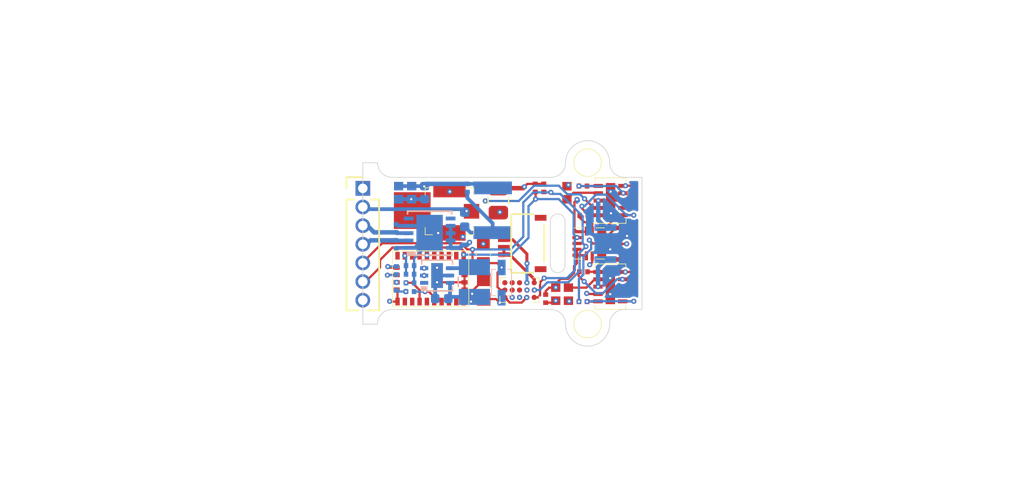
<source format=kicad_pcb>
(kicad_pcb (version 20171130) (host pcbnew "(5.1.4)-1")
  (layers (0 F.Cu signal) (1 In1.Cu power) (2 In2.Cu signal) (31 B.Cu signal) (34 B.Paste user) (35 F.Paste user) (36 B.SilkS user) (37 F.SilkS user) (38 B.Mask user) (39 F.Mask user) (44 Edge.Cuts user))
  (net 0 "")
  (net 1 GND)
  (net 2 +5V)
  (net 3 +3V3)
  (net 4 "Net-(C6-Pad1)")
  (net 5 /Va)
  (net 6 /Vb)
  (net 7 "Net-(D3-PadA)")
  (net 8 /_Wb)
  (net 9 /_Wa)
  (net 10 /CAP)
  (net 11 "Net-(D1-PadA)")
  (net 12 /EWL1)
  (net 13 /EWL2)
  (net 14 "Net-(U1-PadB3)")
  (net 15 "Net-(U1-PadB4)")
  (net 16 "Net-(U1-PadC3)")
  (net 17 "Net-(U1-PadC4)")
  (net 18 "Net-(U1-PadC5)")
  (net 19 VDDD)
  (net 20 DOUT_P)
  (net 21 I2C_SDA)
  (net 22 I2C_SCL)
  (net 23 VDDIO)
  (net 24 "Net-(C39-Pad2)")
  (net 25 "Net-(C39-Pad1)")
  (net 26 "Net-(C45-Pad1)")
  (net 27 "Net-(C48-Pad2)")
  (net 28 "Net-(C48-Pad1)")
  (net 29 "Net-(C51-Pad1)")
  (net 30 "Net-(D4-PadA)")
  (net 31 "Net-(L2-Pad2)")
  (net 32 "Net-(R9-Pad2)")
  (net 33 "Net-(R10-Pad2)")
  (net 34 "Net-(R16-Pad2)")
  (net 35 "Net-(R18-Pad2)")
  (net 36 "Net-(U3-Pad27)")
  (net 37 "Net-(U3-Pad26)")
  (net 38 "Net-(U3-Pad14)")
  (net 39 "Net-(U3-Pad10)")
  (net 40 "Net-(L6-Pad1)")
  (net 41 /ENT)
  (module Connector:Conn_1x1_700_Circular_Pad_mountinghole (layer F.Cu) (at 75.29974 129.00002 180)
    (fp_text reference H3)
    (fp_text value MountingHole hide)
    (pad "" np_thru_hole circle (at 0 0 180) (size 1 1) (drill 1) (layers *.Cu *.Mask))
  )
  (module Connector:Conn_1x1_700_Circular_Pad_mountinghole (layer F.Cu) (at 75.29974 140.00076)
    (fp_text reference H3)
    (fp_text value MountingHole hide)
    (pad "" np_thru_hole circle (at 0 0) (size 1 1) (drill 1) (layers *.Cu *.Mask))
  )
  (module .Capacitor:C_0805_2012Metric_L (layer F.Cu) (at 69.2266 131.5832 270)
    (fp_text reference C12)
    (fp_text value GRM21BR61A476ME15L)
    (pad 2 smd roundrect (at 0.82 0 270) (size 0.93 1.32) (layers F.Cu F.Paste F.Mask) (net 1 GND))
    (pad 1 smd roundrect (at -0.82 0 270) (size 0.93 1.32) (layers F.Cu F.Paste F.Mask) (net 3 +3V3))
  )
  (module Connector_PinHeader_1.27mm:PinHeader_1x07_P1.27mm_Vertical (layer F.Cu) (at 60 130.75)
    (fp_text reference J5)
    (fp_text value Conn_01x07)
    (pad 7 thru_hole oval (at 0 7.62) (size 1 1) (drill 0.65) (layers *.Cu *.Mask) (net 1 GND))
    (pad 6 thru_hole oval (at 0 6.35) (size 1 1) (drill 0.65) (layers *.Cu *.Mask) (net 21 I2C_SDA))
    (pad 5 thru_hole oval (at 0 5.08) (size 1 1) (drill 0.65) (layers *.Cu *.Mask) (net 22 I2C_SCL))
    (pad 4 thru_hole oval (at 0 3.81) (size 1 1) (drill 0.65) (layers *.Cu *.Mask) (net 19 VDDD))
    (pad 3 thru_hole oval (at 0 2.54) (size 1 1) (drill 0.65) (layers *.Cu *.Mask) (net 23 VDDIO))
    (pad 2 thru_hole oval (at 0 1.27) (size 1 1) (drill 0.65) (layers *.Cu *.Mask) (net 20 DOUT_P))
    (pad 1 thru_hole rect (at 0 0) (size 1 1) (drill 0.65) (layers *.Cu *.Mask) (net 41 /ENT))
  )
  (module ".Connector:FH19C-4S-0.5SH(10)" (layer F.Cu) (at 69.6012 134.5042 90)
    (fp_text reference J1)
    (fp_text value "FH19C-4S-0.5SH(10)")
    (pad NA smd rect (at 1.75 2.5 90) (size 0.4 0.8) (layers F.Cu F.Paste F.Mask))
    (pad NA smd rect (at -1.75 2.5 90) (size 0.4 0.8) (layers F.Cu F.Paste F.Mask))
    (pad 4 smd rect (at 0.75 0 90) (size 0.3 0.8) (layers F.Cu F.Paste F.Mask) (net 12 /EWL1))
    (pad 3 smd rect (at 0.25 0 90) (size 0.3 0.8) (layers F.Cu F.Paste F.Mask) (net 12 /EWL1))
    (pad 2 smd rect (at -0.25 0 90) (size 0.3 0.8) (layers F.Cu F.Paste F.Mask) (net 13 /EWL2))
    (pad 1 smd rect (at -0.75 0 90) (size 0.3 0.8) (layers F.Cu F.Paste F.Mask) (net 13 /EWL2))
  )
  (module Capacitor:C_0201_0603Metric_L (layer F.Cu) (at 75.0166 136.4346)
    (fp_text reference C39)
    (fp_text value GRM033R61A225ME47D)
    (pad 2 smd rect (at 0.275 0) (size 0.31 0.34) (layers F.Cu F.Paste F.Mask) (net 24 "Net-(C39-Pad2)"))
    (pad 1 smd rect (at -0.275 0) (size 0.31 0.34) (layers F.Cu F.Paste F.Mask) (net 25 "Net-(C39-Pad1)"))
  )
  (module .Package_QFN:DFN10_3x3_11P50_300X300X100L40X24T250X180N (layer B.Cu) (at 64.5466 133.8024 90)
    (fp_text reference U9)
    (fp_text value NCV8154MW180280TBG)
    (pad 11 smd rect (at 0 0) (size 1.8 2.5) (layers B.Cu B.Mask) (net 1 GND))
    (pad 10 smd rect (at -1 1.43) (size 0.66 0.26) (layers B.Cu B.Paste B.Mask) (net 3 +3V3))
    (pad 9 smd rect (at -0.5 1.43) (size 0.66 0.26) (layers B.Cu B.Paste B.Mask) (net 3 +3V3))
    (pad 8 smd rect (at 0 1.43) (size 0.66 0.26) (layers B.Cu B.Paste B.Mask) (net 3 +3V3))
    (pad 7 smd rect (at 0.5 1.43) (size 0.66 0.26) (layers B.Cu B.Paste B.Mask) (net 3 +3V3))
    (pad 6 smd rect (at 1 1.43) (size 0.66 0.26) (layers B.Cu B.Paste B.Mask))
    (pad 5 smd rect (at 1 -1.43) (size 0.66 0.26) (layers B.Cu B.Paste B.Mask))
    (pad 4 smd rect (at 0.5 -1.43) (size 0.66 0.26) (layers B.Cu B.Paste B.Mask) (net 1 GND))
    (pad 3 smd rect (at 0 -1.43) (size 0.66 0.26) (layers B.Cu B.Paste B.Mask) (net 23 VDDIO))
    (pad 2 smd rect (at -0.5 -1.43) (size 0.66 0.26) (layers B.Cu B.Paste B.Mask) (net 19 VDDD))
    (pad 1 smd rect (at -1 -1.43) (size 0.66 0.26) (layers B.Cu B.Paste B.Mask) (net 1 GND))
  )
  (module .Package_SON:SON_7P50_200X200X57L35X24T170X80N (layer B.Cu) (at 65.0546 136.6886 90)
    (fp_text reference U4)
    (fp_text value SC189ZULTRT)
    (pad 7 smd rect (at 0 0) (size 0.8 1.7) (layers B.Cu B.Paste B.Mask) (net 1 GND))
    (pad 6 smd rect (at -0.5 0.88) (size 0.56 0.26) (layers B.Cu B.Paste B.Mask) (net 3 +3V3))
    (pad 5 smd rect (at 0 0.88) (size 0.56 0.26) (layers B.Cu B.Paste B.Mask) (net 1 GND))
    (pad 4 smd rect (at 0.5 0.88) (size 0.56 0.26) (layers B.Cu B.Paste B.Mask) (net 40 "Net-(L6-Pad1)"))
    (pad 3 smd rect (at 0.5 -0.88) (size 0.56 0.26) (layers B.Cu B.Paste B.Mask) (net 2 +5V))
    (pad 2 smd rect (at 0 -0.88) (size 0.56 0.26) (layers B.Cu B.Paste B.Mask) (net 2 +5V))
    (pad 1 smd rect (at -0.5 -0.88) (size 0.56 0.26) (layers B.Cu B.Paste B.Mask))
  )
  (module .Inductor:L_1008_2520Metric_L (layer B.Cu) (at 67.5946 137.1298 270)
    (fp_text reference L6)
    (fp_text value LQM2HPN1R0MG0)
    (pad 2 smd rect (at 1.015 0 270) (size 1.09 2.12) (layers B.Cu B.Paste B.Mask) (net 3 +3V3))
    (pad 1 smd rect (at -1.015 0 270) (size 1.09 2.12) (layers B.Cu B.Paste B.Mask) (net 40 "Net-(L6-Pad1)"))
  )
  (module .Capacitor:C_0402_1005Metric_L (layer B.Cu) (at 65.3726 138.2634 180)
    (fp_text reference C54)
    (fp_text value 22uF)
    (pad 2 smd roundrect (at 0.445 0 180) (size 0.58 0.63) (layers B.Cu B.Paste B.Mask) (net 1 GND))
    (pad 1 smd roundrect (at -0.445 0 180) (size 0.58 0.63) (layers B.Cu B.Paste B.Mask) (net 3 +3V3))
  )
  (module .Capacitor:C_0201_0603Metric_L (layer B.Cu) (at 62.2758 134.5644 270)
    (fp_text reference C50)
    (fp_text value 1uF)
    (pad 2 smd roundrect (at 0.275 0 270) (size 0.31 0.34) (layers B.Cu B.Paste B.Mask) (net 1 GND))
    (pad 1 smd roundrect (at -0.275 0 270) (size 0.31 0.34) (layers B.Cu B.Paste B.Mask) (net 19 VDDD))
  )
  (module .Capacitor:C_0201_0603Metric_L (layer B.Cu) (at 62.2758 133.4722 90)
    (fp_text reference C25)
    (fp_text value 1uF)
    (pad 2 smd roundrect (at 0.275 0 90) (size 0.31 0.34) (layers B.Cu B.Paste B.Mask) (net 1 GND))
    (pad 1 smd roundrect (at -0.275 0 90) (size 0.31 0.34) (layers B.Cu B.Paste B.Mask) (net 23 VDDIO))
  )
  (module .Capacitor:C_0201_0603Metric_L (layer B.Cu) (at 66.8072 134.3264 90)
    (fp_text reference C23)
    (fp_text value 1uF)
    (pad 2 smd roundrect (at 0.275 0 90) (size 0.31 0.34) (layers B.Cu B.Paste B.Mask) (net 1 GND))
    (pad 1 smd roundrect (at -0.275 0 90) (size 0.31 0.34) (layers B.Cu B.Paste B.Mask) (net 3 +3V3))
  )
  (module .Capacitor:C_0402_1005Metric_L (layer B.Cu) (at 64.20874 131.0421 270)
    (fp_text reference C13)
    (fp_text value 10uF)
    (pad 2 smd roundrect (at 0.445 0 270) (size 0.58 0.63) (layers B.Cu B.Paste B.Mask) (net 1 GND))
    (pad 1 smd roundrect (at -0.445 0 270) (size 0.58 0.63) (layers B.Cu B.Paste B.Mask) (net 2 +5V))
  )
  (module Inductor_SMD:L_0402_1005Metric (layer B.Cu) (at 66.9342 132.8786 270)
    (fp_text reference L2)
    (fp_text value BLM15HD102SN1D)
    (pad 1 smd roundrect (at -0.485 0 270) (size 0.59 0.64) (layers B.Cu B.Paste B.Mask) (net 20 DOUT_P))
    (pad 2 smd roundrect (at 0.485 0 270) (size 0.59 0.64) (layers B.Cu B.Paste B.Mask) (net 31 "Net-(L2-Pad2)"))
  )
  (module BNO055:LGA28R50P4X10_380X520X100 (layer F.Cu) (at 64.6126 136.9012)
    (fp_text reference U3)
    (fp_text value BNO055)
    (pad 28 smd rect (at -1.75 -1.5625 180) (size 0.3 0.525) (layers F.Cu F.Paste F.Mask) (net 3 +3V3))
    (pad 27 smd rect (at -1.25 -1.5625 180) (size 0.3 0.525) (layers F.Cu F.Paste F.Mask) (net 36 "Net-(U3-Pad27)"))
    (pad 26 smd rect (at -0.75 -1.5625 180) (size 0.3 0.525) (layers F.Cu F.Paste F.Mask) (net 37 "Net-(U3-Pad26)"))
    (pad 25 smd rect (at -0.25 -1.5625 180) (size 0.3 0.525) (layers F.Cu F.Paste F.Mask) (net 1 GND))
    (pad 24 smd rect (at 0.25 -1.5625 180) (size 0.3 0.525) (layers F.Cu F.Paste F.Mask))
    (pad 23 smd rect (at 0.75 -1.5625 180) (size 0.3 0.525) (layers F.Cu F.Paste F.Mask))
    (pad 22 smd rect (at 1.25 -1.5625 180) (size 0.3 0.525) (layers F.Cu F.Paste F.Mask))
    (pad 21 smd rect (at 1.75 -1.5625 180) (size 0.3 0.525) (layers F.Cu F.Paste F.Mask))
    (pad 20 smd rect (at 2.25 -1.5625 180) (size 0.3 0.525) (layers F.Cu F.Paste F.Mask) (net 21 I2C_SDA))
    (pad 19 smd rect (at 2.3125 -0.75 270) (size 0.3 0.425) (layers F.Cu F.Paste F.Mask) (net 22 I2C_SCL))
    (pad 18 smd rect (at 2.3125 -0.25 270) (size 0.3 0.425) (layers F.Cu F.Paste F.Mask) (net 1 GND))
    (pad 17 smd rect (at 2.3125 0.25 270) (size 0.3 0.425) (layers F.Cu F.Paste F.Mask) (net 1 GND))
    (pad 16 smd rect (at 2.3125 0.75 270) (size 0.3 0.425) (layers F.Cu F.Paste F.Mask) (net 1 GND))
    (pad 15 smd rect (at 2.25 1.5625 180) (size 0.3 0.525) (layers F.Cu F.Paste F.Mask) (net 1 GND))
    (pad 14 smd rect (at 1.75 1.5625 180) (size 0.3 0.525) (layers F.Cu F.Paste F.Mask) (net 38 "Net-(U3-Pad14)"))
    (pad 13 smd rect (at 1.25 1.5625 180) (size 0.3 0.525) (layers F.Cu F.Paste F.Mask))
    (pad 12 smd rect (at 0.75 1.5625 180) (size 0.3 0.525) (layers F.Cu F.Paste F.Mask))
    (pad 11 smd rect (at 0.25 1.5625 180) (size 0.3 0.525) (layers F.Cu F.Paste F.Mask) (net 32 "Net-(R9-Pad2)"))
    (pad 10 smd rect (at -0.25 1.5625 180) (size 0.3 0.525) (layers F.Cu F.Paste F.Mask) (net 39 "Net-(U3-Pad10)"))
    (pad 9 smd rect (at -0.75 1.5625 180) (size 0.3 0.525) (layers F.Cu F.Paste F.Mask) (net 10 /CAP))
    (pad 8 smd rect (at -1.25 1.5625 180) (size 0.3 0.525) (layers F.Cu F.Paste F.Mask))
    (pad 7 smd rect (at -1.75 1.5625 180) (size 0.3 0.525) (layers F.Cu F.Paste F.Mask))
    (pad 6 smd rect (at -2.25 1.5625 180) (size 0.3 0.525) (layers F.Cu F.Paste F.Mask) (net 1 GND))
    (pad 5 smd rect (at -2.3125 0.75 270) (size 0.3 0.425) (layers F.Cu F.Paste F.Mask) (net 1 GND))
    (pad 4 smd rect (at -2.3125 0.25 270) (size 0.3 0.425) (layers F.Cu F.Paste F.Mask) (net 33 "Net-(R10-Pad2)"))
    (pad 3 smd rect (at -2.3125 -0.25 270) (size 0.3 0.425) (layers F.Cu F.Paste F.Mask) (net 3 +3V3))
    (pad 2 smd rect (at -2.3125 -0.75 270) (size 0.3 0.425) (layers F.Cu F.Paste F.Mask) (net 1 GND))
    (pad 1 smd rect (at -2.25 -1.5625 180) (size 0.3 0.525) (layers F.Cu F.Paste F.Mask))
  )
  (module .Resistor:R_0201_0603Metric_ERJ_L (layer B.Cu) (at 67.112 130.7196 270)
    (fp_text reference R11)
    (fp_text value ERJ-1GNF1801C)
    (pad 1 smd rect (at -0.275 0 270) (size 0.31 0.34) (layers B.Cu B.Paste B.Mask) (net 2 +5V))
    (pad 2 smd rect (at 0.275 0 270) (size 0.31 0.34) (layers B.Cu B.Paste B.Mask) (net 31 "Net-(L2-Pad2)"))
  )
  (module .Inductor:L_1210_3225Metric_L (layer B.Cu) (at 68.8392 132.2436 90)
    (fp_text reference L3)
    (fp_text value ADL3225V-470MT-TL000)
    (pad 2 smd rect (at 1.525 0 90) (size 0.87 2.62) (layers B.Cu B.Paste B.Mask) (net 2 +5V))
    (pad 1 smd rect (at -1.525 0 90) (size 0.87 2.62) (layers B.Cu B.Paste B.Mask) (net 31 "Net-(L2-Pad2)"))
  )
  (module .Capacitor:C_0402_1005Metric_L (layer B.Cu) (at 62.43842 131.0421 270)
    (fp_text reference C17)
    (fp_text value GRM155R60J106ME15D)
    (pad 2 smd rect (at 0.445 0 270) (size 0.58 0.63) (layers B.Cu B.Paste B.Mask) (net 1 GND))
    (pad 1 smd rect (at -0.445 0 270) (size 0.58 0.63) (layers B.Cu B.Paste B.Mask) (net 2 +5V))
  )
  (module .Capacitor:C_0402_1005Metric_L (layer B.Cu) (at 63.32742 131.0421 270)
    (fp_text reference C24)
    (fp_text value GRM155R60J106ME15D)
    (pad 1 smd rect (at -0.445 0 270) (size 0.58 0.63) (layers B.Cu B.Paste B.Mask) (net 2 +5V))
    (pad 2 smd rect (at 0.445 0 270) (size 0.58 0.63) (layers B.Cu B.Paste B.Mask) (net 1 GND))
  )
  (module .Package_BGA:BGA_15_NP50_3X5_155X255X69B31N (layer F.Cu) (at 70.668 137.6792 180)
    (fp_text reference U1)
    (fp_text value MAX14574EWL+)
    (pad A1 smd circle (at -1 -0.5 180) (size 0.35 0.35) (layers F.Cu F.Paste F.Mask) (net 21 I2C_SDA))
    (pad A2 smd circle (at -0.5 -0.5 180) (size 0.35 0.35) (layers F.Cu F.Paste F.Mask) (net 1 GND))
    (pad A3 smd circle (at 0 -0.5 180) (size 0.35 0.35) (layers F.Cu F.Paste F.Mask) (net 3 +3V3))
    (pad A4 smd circle (at 0.5 -0.5 180) (size 0.35 0.35) (layers F.Cu F.Paste F.Mask) (net 11 "Net-(D1-PadA)"))
    (pad A5 smd circle (at 1 -0.5 180) (size 0.35 0.35) (layers F.Cu F.Paste F.Mask) (net 1 GND))
    (pad B1 smd circle (at -1 0 180) (size 0.35 0.35) (layers F.Cu F.Paste F.Mask) (net 22 I2C_SCL))
    (pad B2 smd circle (at -0.5 0 180) (size 0.35 0.35) (layers F.Cu F.Paste F.Mask) (net 3 +3V3))
    (pad B3 smd circle (at 0 0 180) (size 0.35 0.35) (layers F.Cu F.Paste F.Mask) (net 14 "Net-(U1-PadB3)"))
    (pad B4 smd circle (at 0.5 0 180) (size 0.35 0.35) (layers F.Cu F.Paste F.Mask) (net 15 "Net-(U1-PadB4)"))
    (pad B5 smd circle (at 1 0 180) (size 0.35 0.35) (layers F.Cu F.Paste F.Mask) (net 4 "Net-(C6-Pad1)"))
    (pad C1 smd circle (at -1 0.5 180) (size 0.35 0.35) (layers F.Cu F.Paste F.Mask) (net 13 /EWL2))
    (pad C2 smd circle (at -0.5 0.5 180) (size 0.35 0.35) (layers F.Cu F.Paste F.Mask) (net 12 /EWL1))
    (pad C3 smd circle (at 0 0.5 180) (size 0.35 0.35) (layers F.Cu F.Paste F.Mask) (net 16 "Net-(U1-PadC3)"))
    (pad C4 smd circle (at 0.5 0.5 180) (size 0.35 0.35) (layers F.Cu F.Paste F.Mask) (net 17 "Net-(U1-PadC4)"))
    (pad C5 smd circle (at 1 0.5 180) (size 0.35 0.35) (layers F.Cu F.Paste F.Mask) (net 18 "Net-(U1-PadC5)"))
  )
  (module Capacitor:C_0402_1005Metric_L (layer F.Cu) (at 73.1318 137.9586 90)
    (fp_text reference C1)
    (fp_text value GRM155R60J475ME87D)
    (pad 2 smd rect (at 0.445 0 90) (size 0.58 0.63) (layers F.Cu F.Paste F.Mask) (net 1 GND))
    (pad 1 smd rect (at -0.445 0 90) (size 0.58 0.63) (layers F.Cu F.Paste F.Mask) (net 3 +3V3))
  )
  (module Capacitor:C_0201_0603Metric_L (layer F.Cu) (at 72.446 138.2634 90)
    (fp_text reference C2)
    (fp_text value GRM033R61A104ME15D)
    (pad 1 smd rect (at -0.275 0 90) (size 0.31 0.34) (layers F.Cu F.Paste F.Mask) (net 3 +3V3))
    (pad 2 smd rect (at 0.275 0 90) (size 0.31 0.34) (layers F.Cu F.Paste F.Mask) (net 1 GND))
  )
  (module Capacitor:C_0201_0603Metric_L (layer B.Cu) (at 63.2156 136.0122)
    (fp_text reference C4)
    (fp_text value GRM033R71A103KA01D)
    (pad 1 smd rect (at -0.275 0) (size 0.31 0.34) (layers B.Cu B.Paste B.Mask) (net 3 +3V3))
    (pad 2 smd rect (at 0.275 0) (size 0.31 0.34) (layers B.Cu B.Paste B.Mask) (net 1 GND))
  )
  (module Capacitor:C_0201_0603Metric_L (layer B.Cu) (at 63.2156 136.601733)
    (fp_text reference C5)
    (fp_text value GRM033R61A104ME15D)
    (pad 1 smd rect (at -0.275 0) (size 0.31 0.34) (layers B.Cu B.Paste B.Mask) (net 3 +3V3))
    (pad 2 smd rect (at 0.275 0) (size 0.31 0.34) (layers B.Cu B.Paste B.Mask) (net 1 GND))
  )
  (module Capacitor:C_0603_1608Metric_L (layer F.Cu) (at 68.2042 135.1646 90)
    (fp_text reference C6)
    (fp_text value GRJ188R72A104KE11D)
    (pad 1 smd rect (at -0.68 0 90) (size 0.81 0.87) (layers F.Cu F.Paste F.Mask) (net 4 "Net-(C6-Pad1)"))
    (pad 2 smd rect (at 0.68 0 90) (size 0.81 0.87) (layers F.Cu F.Paste F.Mask) (net 1 GND))
  )
  (module Capacitor:C_0201_0603Metric_L (layer B.Cu) (at 62.28596 136.3424 270)
    (fp_text reference C9)
    (fp_text value GRM033R61A104ME15D)
    (pad 1 smd rect (at -0.275 0 270) (size 0.31 0.34) (layers B.Cu B.Paste B.Mask) (net 1 GND))
    (pad 2 smd rect (at 0.275 0 270) (size 0.31 0.34) (layers B.Cu B.Paste B.Mask) (net 3 +3V3))
  )
  (module Capacitor:C_0201_0603Metric_L (layer B.Cu) (at 63.2156 137.191266 180)
    (fp_text reference C11)
    (fp_text value GRM033R61A104ME15D)
    (pad 2 smd rect (at 0.275 0 180) (size 0.31 0.34) (layers B.Cu B.Paste B.Mask) (net 10 /CAP))
    (pad 1 smd rect (at -0.275 0 180) (size 0.31 0.34) (layers B.Cu B.Paste B.Mask) (net 1 GND))
  )
  (module Capacitor:C_0201_0603Metric_L (layer F.Cu) (at 78.5166 130.8466 270)
    (fp_text reference C34)
    (fp_text value GRM033R61A225ME47D)
    (pad 1 smd rect (at -0.275 0 270) (size 0.31 0.34) (layers F.Cu F.Paste F.Mask) (net 3 +3V3))
    (pad 2 smd rect (at 0.275 0 270) (size 0.31 0.34) (layers F.Cu F.Paste F.Mask) (net 1 GND))
  )
  (module Capacitor:C_0402_1005Metric_L (layer F.Cu) (at 73.9954 137.9586 270)
    (fp_text reference C45)
    (fp_text value GRM155R60J475ME87D)
    (pad 1 smd rect (at -0.445 0 270) (size 0.58 0.63) (layers F.Cu F.Paste F.Mask) (net 26 "Net-(C45-Pad1)"))
    (pad 2 smd rect (at 0.445 0 270) (size 0.58 0.63) (layers F.Cu F.Paste F.Mask) (net 1 GND))
  )
  (module Capacitor:C_0201_0603Metric_L (layer F.Cu) (at 78.5166 136.7394 270)
    (fp_text reference C47)
    (fp_text value GRM033R61A225ME47D)
    (pad 1 smd rect (at -0.275 0 270) (size 0.31 0.34) (layers F.Cu F.Paste F.Mask) (net 3 +3V3))
    (pad 2 smd rect (at 0.275 0 270) (size 0.31 0.34) (layers F.Cu F.Paste F.Mask) (net 1 GND))
  )
  (module Capacitor:C_0201_0603Metric_L (layer F.Cu) (at 74.986 130.5926)
    (fp_text reference C48)
    (fp_text value GRM033R61A225ME47D)
    (pad 2 smd rect (at 0.275 0) (size 0.31 0.34) (layers F.Cu F.Paste F.Mask) (net 27 "Net-(C48-Pad2)"))
    (pad 1 smd rect (at -0.275 0) (size 0.31 0.34) (layers F.Cu F.Paste F.Mask) (net 28 "Net-(C48-Pad1)"))
  )
  (module Capacitor:C_0402_1005Metric_L (layer F.Cu) (at 73.8938 131.0498 90)
    (fp_text reference C51)
    (fp_text value GRM155R60J475ME87D)
    (pad 1 smd rect (at -0.445 0 90) (size 0.58 0.63) (layers F.Cu F.Paste F.Mask) (net 29 "Net-(C51-Pad1)"))
    (pad 2 smd rect (at 0.445 0 90) (size 0.58 0.63) (layers F.Cu F.Paste F.Mask) (net 1 GND))
  )
  (module Capacitor:C_0201_0603Metric_L (layer F.Cu) (at 78.542 135.317 90)
    (fp_text reference C52)
    (fp_text value GRM033R61A104ME15D)
    (pad 2 smd rect (at 0.275 0 90) (size 0.31 0.34) (layers F.Cu F.Paste F.Mask) (net 1 GND))
    (pad 1 smd rect (at -0.275 0 90) (size 0.31 0.34) (layers F.Cu F.Paste F.Mask) (net 5 /Va))
  )
  (module Diode:SOD_323_250X125X110L30X32L (layer B.Cu) (at 69.4488 137.1712 270)
    (fp_text reference D1)
    (fp_text value BAS316-TP)
    (pad C smd rect (at -1.03 0 270) (size 1.06 0.54) (layers B.Cu B.Paste B.Mask) (net 4 "Net-(C6-Pad1)"))
    (pad A smd rect (at 1.03 0 270) (size 1.06 0.54) (layers B.Cu B.Paste B.Mask) (net 11 "Net-(D1-PadA)"))
  )
  (module LED:LED_LXZ1_PR01_L (layer B.Cu) (at 76.51978 135.2509 90)
    (fp_text reference D3)
    (fp_text value LXZ1-PB01)
    (pad C smd rect (at 0.35 0 90) (size 0.45 1.5) (layers B.Cu B.Paste B.Mask) (net 1 GND))
    (pad A smd rect (at -0.35 0 90) (size 0.45 1.5) (layers B.Cu B.Paste B.Mask) (net 7 "Net-(D3-PadA)"))
  )
  (module LED:LED_LXZ1_PR01_L (layer B.Cu) (at 76.51978 133.77366 270)
    (fp_text reference D4)
    (fp_text value LXZ1-PB01)
    (pad A smd rect (at -0.35 0 270) (size 0.45 1.5) (layers B.Cu B.Paste B.Mask) (net 30 "Net-(D4-PadA)"))
    (pad C smd rect (at 0.35 0 270) (size 0.45 1.5) (layers B.Cu B.Paste B.Mask) (net 1 GND))
  )
  (module Connector:Coax_Conn_U.FL (layer F.Cu) (at 65.89716 132.31148 90)
    (fp_text reference J_coax1)
    (fp_text value "U.FL-R-SMT-1(10)")
    (pad 1 smd rect (at 1.475 0 90) (size 1.05 2.2) (layers F.Cu F.Paste F.Mask) (net 1 GND))
    (pad 1 smd rect (at -1.475 0 90) (size 1.05 2.2) (layers F.Cu F.Paste F.Mask) (net 1 GND))
    (pad 2 smd rect (at 0 1.5 90) (size 1 1.05) (layers F.Cu F.Paste F.Mask) (net 20 DOUT_P))
  )
  (module Connector:Conn_1x1_100x100_Pad (layer F.Cu) (at 63.36478 132.26322)
    (fp_text reference J_coax_gnd1)
    (fp_text value Conn_01x01)
    (pad 1 smd rect (at 0 0) (size 2.5 2.5) (layers F.Cu F.Paste F.Mask) (net 1 GND))
  )
  (module Inductor:L_0603_1608Metric_L (layer F.Cu) (at 68.2296 137.6284 270)
    (fp_text reference L1)
    (fp_text value LQM18PN3R3MGHD)
    (pad 1 smd rect (at -0.665 0 270) (size 0.89 0.92) (layers F.Cu F.Paste F.Mask) (net 3 +3V3))
    (pad 2 smd rect (at 0.665 0 270) (size 0.89 0.92) (layers F.Cu F.Paste F.Mask) (net 11 "Net-(D1-PadA)"))
  )
  (module Resistor:R_0201_0603Metric_ERJ_L (layer F.Cu) (at 71.7348 130.7196 90)
    (fp_text reference R1)
    (fp_text value ERJ-1GNF3321C)
    (pad 2 smd rect (at 0.275 0 90) (size 0.31 0.34) (layers F.Cu F.Paste F.Mask) (net 3 +3V3))
    (pad 1 smd rect (at -0.275 0 90) (size 0.31 0.34) (layers F.Cu F.Paste F.Mask) (net 21 I2C_SDA))
  )
  (module Resistor:R_0201_0603Metric_ERJ_L (layer F.Cu) (at 72.319 130.7196 90)
    (fp_text reference R2)
    (fp_text value ERJ-1GNF3321C)
    (pad 2 smd rect (at 0.275 0 90) (size 0.31 0.34) (layers F.Cu F.Paste F.Mask) (net 3 +3V3))
    (pad 1 smd rect (at -0.275 0 90) (size 0.31 0.34) (layers F.Cu F.Paste F.Mask) (net 22 I2C_SCL))
  )
  (module Resistor:R_0201_0603Metric_ERJ_L (layer B.Cu) (at 63.2156 137.780799)
    (fp_text reference R9)
    (fp_text value ERJ-1GNF1022C)
    (pad 1 smd rect (at -0.275 0) (size 0.31 0.34) (layers B.Cu B.Paste B.Mask) (net 3 +3V3))
    (pad 2 smd rect (at 0.275 0) (size 0.31 0.34) (layers B.Cu B.Paste B.Mask) (net 32 "Net-(R9-Pad2)"))
  )
  (module Resistor:R_0201_0603Metric_ERJ_L (layer B.Cu) (at 62.28596 137.4346 90)
    (fp_text reference R10)
    (fp_text value ERJ-1GNF1022C)
    (pad 2 smd rect (at 0.275 0 90) (size 0.31 0.34) (layers B.Cu B.Paste B.Mask) (net 33 "Net-(R10-Pad2)"))
    (pad 1 smd rect (at -0.275 0 90) (size 0.31 0.34) (layers B.Cu B.Paste B.Mask) (net 3 +3V3))
  )
  (module Resistor:R_0201_0603Metric_ERJ_L (layer F.Cu) (at 75.0368 132.5992)
    (fp_text reference R18)
    (fp_text value ERJ-1GEF1022C)
    (pad 1 smd rect (at -0.275 0) (size 0.31 0.34) (layers F.Cu F.Paste F.Mask) (net 8 /_Wb))
    (pad 2 smd rect (at 0.275 0) (size 0.31 0.34) (layers F.Cu F.Paste F.Mask) (net 35 "Net-(R18-Pad2)"))
  )
  (module Resistor:R_0201_0603Metric_ERJ_L (layer F.Cu) (at 77.4244 135.317 270)
    (fp_text reference R19)
    (fp_text value ERJ-1GNJ622C)
    (pad 2 smd rect (at 0.275 0 270) (size 0.31 0.34) (layers F.Cu F.Paste F.Mask) (net 5 /Va))
    (pad 1 smd rect (at -0.275 0 270) (size 0.31 0.34) (layers F.Cu F.Paste F.Mask) (net 3 +3V3))
  )
  (module Resistor:R_0201_0603Metric_ERJ_L (layer F.Cu) (at 77.9832 135.317 90)
    (fp_text reference R20)
    (fp_text value ERJ-1GNF3741C)
    (pad 1 smd rect (at -0.275 0 90) (size 0.31 0.34) (layers F.Cu F.Paste F.Mask) (net 5 /Va))
    (pad 2 smd rect (at 0.275 0 90) (size 0.31 0.34) (layers F.Cu F.Paste F.Mask) (net 1 GND))
  )
  (module Resistor:R_0201_0603Metric_ERJ_L (layer F.Cu) (at 77.4244 133.7168 90)
    (fp_text reference R21)
    (fp_text value ERJ-1GNJ622C)
    (pad 1 smd rect (at -0.275 0 90) (size 0.31 0.34) (layers F.Cu F.Paste F.Mask) (net 3 +3V3))
    (pad 2 smd rect (at 0.275 0 90) (size 0.31 0.34) (layers F.Cu F.Paste F.Mask) (net 6 /Vb))
  )
  (module Resistor:R_0201_0603Metric_ERJ_L (layer F.Cu) (at 77.9832 133.7168 270)
    (fp_text reference R22)
    (fp_text value ERJ-1GNF3741C)
    (pad 2 smd rect (at 0.275 0 270) (size 0.31 0.34) (layers F.Cu F.Paste F.Mask) (net 1 GND))
    (pad 1 smd rect (at -0.275 0 270) (size 0.31 0.34) (layers F.Cu F.Paste F.Mask) (net 6 /Vb))
  )
  (module Package_SON:SON_11_P50_300X200X80L40X25T239X64L (layer F.Cu) (at 76.84762 137.44722 270)
    (fp_text reference U5)
    (fp_text value LTC3218)
    (pad 11 smd rect (at 0 0) (size 0.64 2.39) (layers F.Cu F.Paste F.Mask) (net 1 GND))
    (pad 10 smd rect (at -1 -0.84) (size 0.64 0.27) (layers F.Cu F.Paste F.Mask) (net 3 +3V3))
    (pad 9 smd rect (at -0.5 -0.84) (size 0.64 0.27) (layers F.Cu F.Paste F.Mask) (net 25 "Net-(C39-Pad1)"))
    (pad 8 smd rect (at 0 -0.84) (size 0.64 0.27) (layers F.Cu F.Paste F.Mask) (net 1 GND))
    (pad 7 smd rect (at 0.5 -0.84) (size 0.64 0.27) (layers F.Cu F.Paste F.Mask) (net 1 GND))
    (pad 6 smd rect (at 1 -0.84) (size 0.64 0.27) (layers F.Cu F.Paste F.Mask) (net 34 "Net-(R16-Pad2)"))
    (pad 5 smd rect (at 1 0.84) (size 0.64 0.27) (layers F.Cu F.Paste F.Mask) (net 34 "Net-(R16-Pad2)"))
    (pad 4 smd rect (at 0.5 0.84) (size 0.64 0.27) (layers F.Cu F.Paste F.Mask) (net 41 /ENT))
    (pad 3 smd rect (at 0 0.84) (size 0.64 0.27) (layers F.Cu F.Paste F.Mask) (net 7 "Net-(D3-PadA)"))
    (pad 2 smd rect (at -0.5 0.84) (size 0.64 0.27) (layers F.Cu F.Paste F.Mask) (net 26 "Net-(C45-Pad1)"))
    (pad 1 smd rect (at -1 0.84) (size 0.64 0.27) (layers F.Cu F.Paste F.Mask) (net 24 "Net-(C39-Pad2)"))
  )
  (module Package_SON:SON_11_P50_300X200X80L40X25T239X64L (layer F.Cu) (at 76.8656 131.5832 270)
    (fp_text reference U7)
    (fp_text value LTC3218)
    (pad 1 smd rect (at -1 0.84) (size 0.64 0.27) (layers F.Cu F.Paste F.Mask) (net 27 "Net-(C48-Pad2)"))
    (pad 2 smd rect (at -0.5 0.84) (size 0.64 0.27) (layers F.Cu F.Paste F.Mask) (net 29 "Net-(C51-Pad1)"))
    (pad 3 smd rect (at 0 0.84) (size 0.64 0.27) (layers F.Cu F.Paste F.Mask) (net 30 "Net-(D4-PadA)"))
    (pad 4 smd rect (at 0.5 0.84) (size 0.64 0.27) (layers F.Cu F.Paste F.Mask) (net 41 /ENT))
    (pad 5 smd rect (at 1 0.84) (size 0.64 0.27) (layers F.Cu F.Paste F.Mask) (net 35 "Net-(R18-Pad2)"))
    (pad 6 smd rect (at 1 -0.84) (size 0.64 0.27) (layers F.Cu F.Paste F.Mask) (net 35 "Net-(R18-Pad2)"))
    (pad 7 smd rect (at 0.5 -0.84) (size 0.64 0.27) (layers F.Cu F.Paste F.Mask) (net 1 GND))
    (pad 8 smd rect (at 0 -0.84) (size 0.64 0.27) (layers F.Cu F.Paste F.Mask) (net 1 GND))
    (pad 9 smd rect (at -0.5 -0.84) (size 0.64 0.27) (layers F.Cu F.Paste F.Mask) (net 28 "Net-(C48-Pad1)"))
    (pad 10 smd rect (at -1 -0.84) (size 0.64 0.27) (layers F.Cu F.Paste F.Mask) (net 3 +3V3))
    (pad 11 smd rect (at 0 0) (size 0.64 2.39) (layers F.Cu F.Paste F.Mask) (net 1 GND))
  )
  (module Package_QFN:QFN_14_P40_200X200X40L40X20L (layer F.Cu) (at 75.4178 134.5042 90)
    (fp_text reference U8)
    (fp_text value TPL0102-100RUCR)
    (pad 1 smd rect (at -0.8 0.845 180) (size 0.61 0.22) (layers F.Cu F.Paste F.Mask) (net 5 /Va))
    (pad 2 smd rect (at -0.4 0.845 180) (size 0.61 0.22) (layers F.Cu F.Paste F.Mask) (net 1 GND))
    (pad 3 smd rect (at 0 0.845 180) (size 0.61 0.22) (layers F.Cu F.Paste F.Mask) (net 9 /_Wa))
    (pad 4 smd rect (at 0.4 0.845 180) (size 0.61 0.22) (layers F.Cu F.Paste F.Mask) (net 6 /Vb))
    (pad 5 smd rect (at 0.8 0.845 180) (size 0.61 0.22) (layers F.Cu F.Paste F.Mask) (net 1 GND))
    (pad 6 smd rect (at 0.845 0.2 90) (size 0.61 0.22) (layers F.Cu F.Paste F.Mask) (net 8 /_Wb))
    (pad 7 smd rect (at 0.845 -0.2 90) (size 0.61 0.22) (layers F.Cu F.Paste F.Mask) (net 1 GND))
    (pad 8 smd rect (at 0.8 -0.845 180) (size 0.61 0.22) (layers F.Cu F.Paste F.Mask) (net 1 GND))
    (pad 9 smd rect (at 0.4 -0.845 180) (size 0.61 0.22) (layers F.Cu F.Paste F.Mask) (net 21 I2C_SDA))
    (pad 10 smd rect (at 0 -0.845 180) (size 0.61 0.22) (layers F.Cu F.Paste F.Mask) (net 22 I2C_SCL))
    (pad 11 smd rect (at -0.4 -0.845 180) (size 0.61 0.22) (layers F.Cu F.Paste F.Mask) (net 1 GND))
    (pad 12 smd rect (at -0.8 -0.845 180) (size 0.61 0.22) (layers F.Cu F.Paste F.Mask) (net 1 GND))
    (pad 13 smd rect (at -0.845 -0.2 90) (size 0.61 0.22) (layers F.Cu F.Paste F.Mask) (net 1 GND))
    (pad 14 smd rect (at -0.845 0.2 90) (size 0.61 0.22) (layers F.Cu F.Paste F.Mask) (net 3 +3V3))
  )
  (module Capacitor:C_0201_0603Metric_L (layer F.Cu) (at 78.542 133.7168 270)
    (fp_text reference C53)
    (fp_text value GRM033R61A104ME15D)
    (pad 2 smd rect (at 0.275 0 270) (size 0.31 0.34) (layers F.Cu F.Paste F.Mask) (net 1 GND))
    (pad 1 smd rect (at -0.275 0 270) (size 0.31 0.34) (layers F.Cu F.Paste F.Mask) (net 6 /Vb))
  )
  (module Resistor:R_0201_0603Metric_ERJ_L (layer F.Cu) (at 74.986 138.4666)
    (fp_text reference R16)
    (fp_text value ERJ-1GNF1022C)
    (pad 1 smd rect (at -0.275 0) (size 0.31 0.34) (layers F.Cu F.Paste F.Mask) (net 9 /_Wa))
    (pad 2 smd rect (at 0.275 0) (size 0.31 0.34) (layers F.Cu F.Paste F.Mask) (net 34 "Net-(R16-Pad2)"))
  )
  (gr_line (start 62 130) (end 72.8 130) (layer Edge.Cuts) (width 0.05))
  (gr_line (start 79 130) (end 77.8 130) (layer Edge.Cuts) (width 0.05))
  (gr_circle (center 75.3 129) (end 76.238 129) (layer F.SilkS) (width 0.05))
  (gr_arc (start 75.3 129) (end 76.8 129) (angle -180) (layer Edge.Cuts) (width 0.05))
  (gr_arc (start 77.8 129) (end 76.8 129) (angle -90) (layer Edge.Cuts) (width 0.05))
  (gr_arc (start 72.8 129) (end 72.8 130) (angle -90) (layer Edge.Cuts) (width 0.05))
  (gr_arc (start 77.8 140) (end 77.8 139) (angle -90) (layer Edge.Cuts) (width 0.05))
  (gr_arc (start 72.8 140) (end 73.8 140) (angle -90) (layer Edge.Cuts) (width 0.05))
  (gr_arc (start 75.3 140) (end 73.8 140) (angle -180) (layer Edge.Cuts) (width 0.05))
  (gr_circle (center 75.3 140) (end 76.238 140) (layer F.SilkS) (width 0.05))
  (gr_line (start 76.8 140) (end 76.8 140) (layer Edge.Cuts) (width 0.05))
  (gr_line (start 79 139) (end 77.8 139) (layer Edge.Cuts) (width 0.05))
  (gr_arc (start 62 140) (end 62 139) (angle -90) (layer Edge.Cuts) (width 0.05))
  (gr_arc (start 62 129) (end 61 129) (angle -90) (layer Edge.Cuts) (width 0.05))
  (gr_line (start 60 129) (end 61 129) (layer Edge.Cuts) (width 0.05))
  (gr_line (start 60 140) (end 61 140) (layer Edge.Cuts) (width 0.05))
  (gr_arc (start 73.26378 135.99238) (end 72.76378 135.99238) (angle -180) (layer Edge.Cuts) (width 0.05))
  (gr_arc (start 73.26378 132.99238) (end 73.76378 132.99238) (angle -180) (layer Edge.Cuts) (width 0.05))
  (gr_line (start 73.76378 135.99238) (end 73.76378 132.99238) (layer Edge.Cuts) (width 0.05))
  (gr_line (start 72.76378 132.99238) (end 72.76378 135.99238) (layer Edge.Cuts) (width 0.05))
  (gr_line (start 60 129) (end 60 140) (layer Edge.Cuts) (width 0.05))
  (gr_line (start 79 139) (end 79 130) (layer Edge.Cuts) (width 0.05))
  (gr_line (start 62 139) (end 72.8 139) (layer Edge.Cuts) (width 0.05))
  (via (at 69.3282 132.3706) (size 0.35) (drill 0.15) (layers F.Cu B.Cu) (net 1))
  (via (at 74.0462 138.4412) (size 0.35) (drill 0.15) (layers F.Cu B.Cu) (net 1))
  (via (at 73.1318 137.5014) (size 0.35) (drill 0.15) (layers F.Cu B.Cu) (net 1))
  (via (at 71.1506 138.1872) (size 0.35) (drill 0.15) (layers F.Cu B.Cu) (net 1))
  (via (at 76.8656 130.9736) (size 0.35) (drill 0.15) (layers F.Cu B.Cu) (net 1))
  (via (at 76.8402 136.8664) (size 0.35) (drill 0.15) (layers F.Cu B.Cu) (net 1))
  (via (at 68.2042 134.5296) (size 0.35) (drill 0.15) (layers F.Cu B.Cu) (net 1))
  (via (at 66.8072 134.047) (size 0.35) (drill 0.15) (layers F.Cu B.Cu) (net 1))
  (via (at 65.1308 133.793) (size 0.35) (drill 0.15) (layers F.Cu B.Cu) (net 1))
  (via (at 65.919 130.9736) (size 0.35) (drill 0.15) (layers F.Cu B.Cu) (net 1))
  (via (at 65.0546 137.1458) (size 0.35) (drill 0.15) (layers F.Cu B.Cu) (net 1))
  (via (at 65.0546 136.1552) (size 0.35) (drill 0.15) (layers F.Cu B.Cu) (net 1))
  (segment (start 64.1637 131.4871) (end 64.1808 131.5042) (width 0.254) (layer B.Cu) (net 1))
  (segment (start 62.41048 131.4871) (end 63.2973 131.4871) (width 0.254) (layer B.Cu) (net 1))
  (segment (start 65.9346 136.6886) (end 65.0546 136.6886) (width 0.254) (layer B.Cu) (net 1))
  (segment (start 64.9276 136.8156) (end 65.0546 136.6886) (width 0.254) (layer B.Cu) (net 1))
  (segment (start 64.9276 138.2634) (end 64.9276 136.8156) (width 0.254) (layer B.Cu) (net 1))
  (segment (start 62.381 133.3024) (end 62.2758 133.1972) (width 0.254) (layer B.Cu) (net 1))
  (segment (start 63.1166 133.3024) (end 62.381 133.3024) (width 0.254) (layer B.Cu) (net 1))
  (segment (start 62.2874 134.8024) (end 62.2504 134.8394) (width 0.254) (layer B.Cu) (net 1))
  (segment (start 63.1166 134.8024) (end 62.2874 134.8024) (width 0.254) (layer B.Cu) (net 1))
  (segment (start 64.0466 133.3024) (end 64.5466 133.8024) (width 0.254) (layer B.Cu) (net 1))
  (segment (start 63.1166 133.3024) (end 64.0466 133.3024) (width 0.254) (layer B.Cu) (net 1))
  (segment (start 63.5466 134.8024) (end 64.5466 133.8024) (width 0.254) (layer B.Cu) (net 1))
  (segment (start 63.1166 134.8024) (end 63.5466 134.8024) (width 0.254) (layer B.Cu) (net 1))
  (via (at 61.7018 136.079) (size 0.35) (drill 0.15) (layers F.Cu B.Cu) (net 1))
  (segment (start 62.2504 136.0674) (end 61.7134 136.0674) (width 0.1524) (layer B.Cu) (net 1))
  (segment (start 61.7134 136.0674) (end 61.7018 136.079) (width 0.1524) (layer B.Cu) (net 1))
  (segment (start 61.774 136.1512) (end 61.7018 136.079) (width 0.1524) (layer F.Cu) (net 1))
  (segment (start 62.3001 136.1512) (end 61.774 136.1512) (width 0.1524) (layer F.Cu) (net 1))
  (segment (start 63.4906 136.0122) (end 63.4906 137.1806) (width 0.1524) (layer B.Cu) (net 1))
  (segment (start 63.4906 135.5348) (end 64.3688 134.6566) (width 0.1524) (layer B.Cu) (net 1))
  (segment (start 63.4906 136.0122) (end 63.4906 135.5348) (width 0.1524) (layer B.Cu) (net 1))
  (segment (start 66.9251 137.6512) (end 66.9251 136.6512) (width 0.1524) (layer F.Cu) (net 1))
  (segment (start 65.06 137.1512) (end 65.0546 137.1458) (width 0.1524) (layer F.Cu) (net 1))
  (segment (start 66.9251 137.1512) (end 65.06 137.1512) (width 0.1524) (layer F.Cu) (net 1))
  (segment (start 66.8626 137.7137) (end 66.9251 137.6512) (width 0.1524) (layer F.Cu) (net 1))
  (segment (start 66.8626 138.4637) (end 66.8626 137.7137) (width 0.1524) (layer F.Cu) (net 1))
  (segment (start 62.3626 137.7137) (end 62.3001 137.6512) (width 0.1524) (layer F.Cu) (net 1))
  (segment (start 62.3626 138.4637) (end 62.3626 137.7137) (width 0.1524) (layer F.Cu) (net 1))
  (via (at 61.8288 138.4412) (size 0.35) (drill 0.15) (layers F.Cu B.Cu) (net 1))
  (segment (start 62.3626 138.4637) (end 61.8513 138.4637) (width 0.1524) (layer F.Cu) (net 1))
  (segment (start 61.8513 138.4637) (end 61.8288 138.4412) (width 0.1524) (layer F.Cu) (net 1))
  (segment (start 77.68762 137.44722) (end 76.84762 137.44722) (width 0.1524) (layer F.Cu) (net 1))
  (segment (start 78.08378 137.44722) (end 78.5166 137.0144) (width 0.1524) (layer F.Cu) (net 1))
  (segment (start 77.68762 137.44722) (end 78.08378 137.44722) (width 0.1524) (layer F.Cu) (net 1))
  (segment (start 77.52384 137.9586) (end 76.8402 137.9586) (width 0.1524) (layer F.Cu) (net 1))
  (segment (start 77.7056 131.5832) (end 76.8656 131.5832) (width 0.1524) (layer F.Cu) (net 1))
  (segment (start 78.055 131.5832) (end 78.5166 131.1216) (width 0.1524) (layer F.Cu) (net 1))
  (segment (start 77.7056 131.5832) (end 78.055 131.5832) (width 0.1524) (layer F.Cu) (net 1))
  (segment (start 74.5728 134.9042) (end 74.5728 135.3042) (width 0.1524) (layer F.Cu) (net 1))
  (segment (start 75.1728 135.3042) (end 75.2178 135.3492) (width 0.1524) (layer F.Cu) (net 1))
  (segment (start 74.5728 135.3042) (end 75.1728 135.3042) (width 0.1524) (layer F.Cu) (net 1))
  (segment (start 76.2628 134.9042) (end 76.8338 134.9042) (width 0.1524) (layer F.Cu) (net 1))
  (segment (start 76.8338 134.9042) (end 76.8402 134.9106) (width 0.1524) (layer F.Cu) (net 1))
  (segment (start 77.9832 135.042) (end 78.542 135.042) (width 0.1524) (layer F.Cu) (net 1))
  (segment (start 77.9832 133.9918) (end 77.9832 133.9918) (width 0.1524) (layer F.Cu) (net 1))
  (segment (start 76.8402 137.9586) (end 77.018 137.9586) (width 0.1524) (layer F.Cu) (net 1))
  (via (at 76.8402 137.9586) (size 0.35) (drill 0.15) (layers F.Cu B.Cu) (net 1))
  (segment (start 75.1728 133.7042) (end 75.2178 133.6592) (width 0.1524) (layer F.Cu) (net 1))
  (segment (start 74.5728 133.7042) (end 75.1728 133.7042) (width 0.1524) (layer F.Cu) (net 1))
  (segment (start 72.6878 137.5136) (end 73.1318 137.5136) (width 0.1524) (layer F.Cu) (net 1))
  (segment (start 72.446 137.9884) (end 72.446 137.7554) (width 0.1524) (layer F.Cu) (net 1))
  (segment (start 72.446 137.7554) (end 72.6878 137.5136) (width 0.1524) (layer F.Cu) (net 1))
  (via (at 76.8402 134.9106) (size 0.35) (drill 0.15) (layers F.Cu B.Cu) (net 1))
  (segment (start 73.1318 137.2482) (end 73.1318 137.5136) (width 0.1524) (layer F.Cu) (net 1))
  (segment (start 74.5728 135.858) (end 74.3772 136.0536) (width 0.1524) (layer F.Cu) (net 1))
  (segment (start 74.5728 135.3042) (end 74.5728 135.858) (width 0.1524) (layer F.Cu) (net 1))
  (segment (start 74.3772 136.0536) (end 74.3772 136.5108) (width 0.1524) (layer F.Cu) (net 1))
  (segment (start 74.3772 136.5108) (end 73.9708 136.9172) (width 0.1524) (layer F.Cu) (net 1))
  (segment (start 73.4628 136.9172) (end 73.1318 137.2482) (width 0.1524) (layer F.Cu) (net 1))
  (segment (start 73.9708 136.9172) (end 73.4628 136.9172) (width 0.1524) (layer F.Cu) (net 1))
  (segment (start 76.8656 132.2936) (end 76.8918 132.3198) (width 0.1524) (layer F.Cu) (net 1))
  (via (at 76.8918 132.4468) (size 0.35) (drill 0.15) (layers F.Cu B.Cu) (net 1))
  (segment (start 76.8656 131.5832) (end 76.8656 132.2936) (width 0.1524) (layer F.Cu) (net 1))
  (segment (start 76.8918 133.0752) (end 76.8918 132.3198) (width 0.1524) (layer F.Cu) (net 1))
  (segment (start 76.2628 133.7042) (end 76.8918 133.0752) (width 0.1524) (layer F.Cu) (net 1))
  (segment (start 74.5728 133.7042) (end 74.405401 133.536801) (width 0.1524) (layer F.Cu) (net 1))
  (segment (start 74.405401 131.681999) (end 74.5804 131.507) (width 0.1524) (layer F.Cu) (net 1))
  (segment (start 74.405401 133.536801) (end 74.405401 131.681999) (width 0.1524) (layer F.Cu) (net 1))
  (via (at 74.5804 131.507) (size 0.35) (drill 0.15) (layers F.Cu B.Cu) (net 1))
  (segment (start 63.2973 131.4871) (end 64.1637 131.4871) (width 0.254) (layer B.Cu) (net 1))
  (via (at 63.2973 131.4871) (size 0.35) (drill 0.15) (layers F.Cu B.Cu) (net 1))
  (segment (start 78.542 135.042) (end 78.542 134.7574) (width 0.1524) (layer F.Cu) (net 1))
  (segment (start 78.542 133.9918) (end 78.542 134.251) (width 0.1524) (layer F.Cu) (net 1))
  (segment (start 77.9832 133.9918) (end 78.542 133.9918) (width 0.1524) (layer F.Cu) (net 1))
  (via (at 77.9832 133.9918) (size 0.35) (drill 0.15) (layers F.Cu B.Cu) (net 1))
  (segment (start 78.542 134.251) (end 78.542 134.7574) (width 0.1524) (layer F.Cu) (net 1))
  (segment (start 77.7056 132.0832) (end 77.7056 131.5832) (width 0.1524) (layer F.Cu) (net 1))
  (via (at 73.9962 130.5164) (size 0.35) (drill 0.15) (layers F.Cu B.Cu) (net 1))
  (segment (start 73.9078 130.6048) (end 73.9962 130.5164) (width 0.1524) (layer F.Cu) (net 1))
  (segment (start 73.8938 130.6048) (end 73.9078 130.6048) (width 0.1524) (layer F.Cu) (net 1))
  (via (at 64.368799 135.317) (size 0.35) (drill 0.15) (layers F.Cu B.Cu) (net 1))
  (segment (start 64.3626 135.3387) (end 64.3626 135.323199) (width 0.2032) (layer F.Cu) (net 1))
  (segment (start 64.3626 135.323199) (end 64.368799 135.317) (width 0.2032) (layer F.Cu) (net 1))
  (segment (start 70.975601 138.371599) (end 70.975601 138.362199) (width 0.1524) (layer F.Cu) (net 1))
  (segment (start 70.815199 138.532001) (end 70.975601 138.371599) (width 0.1524) (layer F.Cu) (net 1))
  (segment (start 69.998655 138.532001) (end 70.815199 138.532001) (width 0.1524) (layer F.Cu) (net 1))
  (segment (start 69.815199 138.348545) (end 69.998655 138.532001) (width 0.1524) (layer F.Cu) (net 1))
  (segment (start 69.815199 138.288119) (end 69.815199 138.348545) (width 0.1524) (layer F.Cu) (net 1))
  (segment (start 70.975601 138.362199) (end 71.1506 138.1872) (width 0.1524) (layer F.Cu) (net 1))
  (segment (start 69.70628 138.1792) (end 69.815199 138.288119) (width 0.1524) (layer F.Cu) (net 1))
  (segment (start 69.668 138.1792) (end 69.70628 138.1792) (width 0.1524) (layer F.Cu) (net 1))
  (segment (start 68.5652 130.4446) (end 68.8392 130.7186) (width 0.254) (layer B.Cu) (net 2))
  (segment (start 67.112 130.4446) (end 68.5652 130.4446) (width 0.254) (layer B.Cu) (net 2))
  (segment (start 64.1637 130.5971) (end 64.1808 130.6142) (width 0.254) (layer B.Cu) (net 2))
  (segment (start 62.41048 130.5971) (end 64.1637 130.5971) (width 0.254) (layer B.Cu) (net 2))
  (segment (start 64.1746 136.1886) (end 64.1746 136.1886) (width 0.254) (layer B.Cu) (net 2))
  (via (at 64.1746 136.1886) (size 0.35) (drill 0.15) (layers F.Cu B.Cu) (net 2))
  (segment (start 64.1746 136.6886) (end 64.1746 136.6886) (width 0.254) (layer B.Cu) (net 2))
  (via (at 64.1746 136.6886) (size 0.35) (drill 0.15) (layers F.Cu B.Cu) (net 2))
  (via (at 64.1808 130.6142) (size 0.35) (drill 0.15) (layers F.Cu B.Cu) (net 2))
  (segment (start 64.3504 130.4446) (end 64.1808 130.6142) (width 0.3048) (layer B.Cu) (net 2))
  (segment (start 67.112 130.4446) (end 64.3504 130.4446) (width 0.3048) (layer B.Cu) (net 2))
  (via (at 71.176 137.6792) (size 0.35) (drill 0.15) (layers F.Cu B.Cu) (net 3))
  (via (at 67.366 138.4666) (size 0.35) (drill 0.15) (layers F.Cu B.Cu) (net 3))
  (segment (start 72.444399 138.540001) (end 72.446 138.5384) (width 0.1524) (layer F.Cu) (net 3))
  (segment (start 65.9346 138.1464) (end 65.8176 138.2634) (width 0.254) (layer B.Cu) (net 3))
  (segment (start 65.9346 137.1886) (end 65.9346 138.1464) (width 0.254) (layer B.Cu) (net 3))
  (segment (start 67.5946 138.1448) (end 67.4422 137.9332) (width 0.254) (layer B.Cu) (net 3))
  (via (at 67.4422 137.9332) (size 0.35) (drill 0.15) (layers F.Cu B.Cu) (net 3))
  (segment (start 65.9362 138.1448) (end 65.8176 138.2634) (width 0.254) (layer B.Cu) (net 3))
  (segment (start 67.5946 138.1448) (end 65.9362 138.1448) (width 0.254) (layer B.Cu) (net 3))
  (segment (start 65.9766 133.3024) (end 65.9766 134.8024) (width 0.254) (layer B.Cu) (net 3))
  (segment (start 62.9406 136.5964) (end 62.9406 136.0122) (width 0.1524) (layer B.Cu) (net 3))
  (via (at 62.8626 135.3387) (size 0.35) (drill 0.15) (layers F.Cu B.Cu) (net 3))
  (segment (start 62.9406 136.0122) (end 62.9406 135.4167) (width 0.1524) (layer B.Cu) (net 3))
  (segment (start 62.9406 135.4167) (end 62.8626 135.3387) (width 0.1524) (layer B.Cu) (net 3))
  (segment (start 62.3216 137.7808) (end 62.2504 137.7096) (width 0.1524) (layer B.Cu) (net 3))
  (segment (start 62.9254 137.7808) (end 62.9254 137.7808) (width 0.1524) (layer B.Cu) (net 3))
  (segment (start 62.9196 136.6174) (end 62.9406 136.5964) (width 0.1524) (layer B.Cu) (net 3))
  (segment (start 62.2504 137.7096) (end 62.1894 137.7096) (width 0.1524) (layer B.Cu) (net 3))
  (via (at 61.6764 136.6632) (size 0.35) (drill 0.15) (layers F.Cu B.Cu) (net 3))
  (segment (start 62.3001 136.6512) (end 61.6884 136.6512) (width 0.1524) (layer F.Cu) (net 3))
  (segment (start 61.6884 136.6512) (end 61.6764 136.6632) (width 0.1524) (layer F.Cu) (net 3))
  (segment (start 62.2046 136.6632) (end 62.2504 136.6174) (width 0.1524) (layer B.Cu) (net 3))
  (segment (start 61.6764 136.6632) (end 62.2046 136.6632) (width 0.1524) (layer B.Cu) (net 3))
  (segment (start 62.9254 137.7808) (end 62.3216 137.7808) (width 0.1524) (layer B.Cu) (net 3))
  (via (at 62.9254 137.7808) (size 0.35) (drill 0.15) (layers F.Cu B.Cu) (net 3))
  (segment (start 67.4422 137.7508) (end 68.2296 136.9634) (width 0.1524) (layer F.Cu) (net 3))
  (segment (start 67.4422 137.9332) (end 67.4422 137.7508) (width 0.1524) (layer F.Cu) (net 3))
  (segment (start 78.49942 136.44722) (end 78.5166 136.4644) (width 0.1524) (layer F.Cu) (net 3))
  (segment (start 77.68762 136.44722) (end 77.86898 136.44722) (width 0.1524) (layer F.Cu) (net 3))
  (segment (start 77.7172 130.5716) (end 77.7056 130.5832) (width 0.1524) (layer F.Cu) (net 3))
  (segment (start 78.5166 130.5716) (end 77.8772 130.5716) (width 0.1524) (layer F.Cu) (net 3))
  (segment (start 77.86898 136.44722) (end 78.49942 136.44722) (width 0.1524) (layer F.Cu) (net 3))
  (via (at 77.86898 136.44722) (size 0.35) (drill 0.15) (layers F.Cu B.Cu) (net 3))
  (segment (start 77.8772 130.5716) (end 77.7172 130.5716) (width 0.1524) (layer F.Cu) (net 3))
  (via (at 77.8772 130.5716) (size 0.35) (drill 0.15) (layers F.Cu B.Cu) (net 3))
  (via (at 75.4432 135.952) (size 0.35) (drill 0.15) (layers F.Cu B.Cu) (net 3))
  (segment (start 75.6178 135.3492) (end 75.6178 135.7774) (width 0.1524) (layer F.Cu) (net 3))
  (segment (start 75.6178 135.7774) (end 75.4432 135.952) (width 0.1524) (layer F.Cu) (net 3))
  (segment (start 72.997 138.5384) (end 73.1318 138.4036) (width 0.1524) (layer F.Cu) (net 3))
  (segment (start 72.446 138.5384) (end 72.997 138.5384) (width 0.1524) (layer F.Cu) (net 3))
  (segment (start 73.1318 138.4036) (end 73.1318 138.4036) (width 0.1524) (layer F.Cu) (net 3))
  (via (at 73.1318 138.4036) (size 0.35) (drill 0.15) (layers F.Cu B.Cu) (net 3))
  (segment (start 72.319 130.4446) (end 71.7348 130.4446) (width 0.1524) (layer F.Cu) (net 3))
  (via (at 70.9982 130.6434) (size 0.35) (drill 0.15) (layers F.Cu B.Cu) (net 3))
  (segment (start 71.7348 130.4446) (end 71.197 130.4446) (width 0.1524) (layer F.Cu) (net 3))
  (segment (start 71.197 130.4446) (end 70.9982 130.6434) (width 0.1524) (layer F.Cu) (net 3))
  (via (at 67.2644 134.428) (size 0.35) (drill 0.15) (layers F.Cu B.Cu) (net 3))
  (segment (start 70.9038 130.7378) (end 70.9982 130.6434) (width 0.3048) (layer F.Cu) (net 3))
  (segment (start 69.7798 130.7378) (end 70.9038 130.7378) (width 0.3048) (layer F.Cu) (net 3))
  (segment (start 77.6294 134.5296) (end 77.9586 134.5296) (width 0.1524) (layer F.Cu) (net 3))
  (segment (start 77.4244 133.9918) (end 77.4244 134.2992) (width 0.1524) (layer F.Cu) (net 3))
  (segment (start 77.4244 135.042) (end 77.4244 134.7346) (width 0.1524) (layer F.Cu) (net 3))
  (via (at 77.9586 134.5296) (size 0.35) (drill 0.15) (layers F.Cu B.Cu) (net 3))
  (segment (start 77.4244 134.2992) (end 77.6548 134.5296) (width 0.1524) (layer F.Cu) (net 3))
  (segment (start 77.6548 134.5296) (end 77.9586 134.5296) (width 0.1524) (layer F.Cu) (net 3))
  (segment (start 77.4244 134.7346) (end 77.6294 134.5296) (width 0.1524) (layer F.Cu) (net 3))
  (segment (start 66.6062 134.8024) (end 66.8072 134.6014) (width 0.3048) (layer B.Cu) (net 3))
  (segment (start 65.9766 134.8024) (end 66.6062 134.8024) (width 0.3048) (layer B.Cu) (net 3))
  (segment (start 67.091 134.6014) (end 67.2644 134.428) (width 0.3048) (layer B.Cu) (net 3))
  (segment (start 66.8072 134.6014) (end 67.091 134.6014) (width 0.3048) (layer B.Cu) (net 3))
  (via (at 70.668 138.1792) (size 0.35) (drill 0.15) (layers F.Cu B.Cu) (net 3))
  (via (at 69.4488 136.1412) (size 0.35) (drill 0.15) (layers F.Cu B.Cu) (net 4))
  (segment (start 69.1522 135.8446) (end 69.4488 136.1412) (width 0.1524) (layer F.Cu) (net 4))
  (segment (start 68.2042 135.8446) (end 69.1522 135.8446) (width 0.1524) (layer F.Cu) (net 4))
  (segment (start 69.3726 137.6792) (end 69.668 137.6792) (width 0.1524) (layer F.Cu) (net 4))
  (segment (start 69.1694 136.4854) (end 69.1694 137.476) (width 0.1524) (layer F.Cu) (net 4))
  (segment (start 69.4488 136.1412) (end 69.4488 136.206) (width 0.1524) (layer F.Cu) (net 4))
  (segment (start 69.1694 137.476) (end 69.3726 137.6792) (width 0.1524) (layer F.Cu) (net 4))
  (segment (start 69.4488 136.206) (end 69.1694 136.4854) (width 0.1524) (layer F.Cu) (net 4))
  (segment (start 76.5506 135.592) (end 77.4244 135.592) (width 0.1524) (layer F.Cu) (net 5))
  (segment (start 76.2628 135.3042) (end 76.5506 135.592) (width 0.1524) (layer F.Cu) (net 5))
  (segment (start 78.542 135.592) (end 77.4244 135.592) (width 0.1524) (layer F.Cu) (net 5))
  (segment (start 77.4244 133.4418) (end 78.542 133.4418) (width 0.1524) (layer F.Cu) (net 6))
  (segment (start 77.2168 133.4418) (end 77.4244 133.4418) (width 0.1524) (layer F.Cu) (net 6))
  (segment (start 76.2628 134.1042) (end 76.5544 134.1042) (width 0.1524) (layer F.Cu) (net 6))
  (segment (start 76.5544 134.1042) (end 77.2168 133.4418) (width 0.1524) (layer F.Cu) (net 6))
  (via (at 76.011691 137.443141) (size 0.35) (drill 0.15) (layers F.Cu B.Cu) (net 7))
  (segment (start 76.51978 135.6009) (end 76.011691 136.108989) (width 0.3048) (layer B.Cu) (net 7))
  (segment (start 76.00762 137.447212) (end 76.011691 137.443141) (width 0.1524) (layer F.Cu) (net 7))
  (segment (start 76.011691 136.108989) (end 76.011691 137.443141) (width 0.3048) (layer B.Cu) (net 7))
  (segment (start 76.00762 137.44722) (end 76.00762 137.447212) (width 0.1524) (layer F.Cu) (net 7))
  (segment (start 74.711 132.694242) (end 74.711 132.5992) (width 0.1524) (layer F.Cu) (net 8))
  (segment (start 75.073158 133.0564) (end 74.711 132.694242) (width 0.1524) (layer F.Cu) (net 8))
  (segment (start 75.5194 133.0564) (end 75.073158 133.0564) (width 0.1524) (layer F.Cu) (net 8))
  (segment (start 75.6178 133.6592) (end 75.6178 133.1548) (width 0.1524) (layer F.Cu) (net 8))
  (segment (start 75.6178 133.1548) (end 75.5194 133.0564) (width 0.1524) (layer F.Cu) (net 8))
  (segment (start 75.6464 134.5042) (end 75.4178 134.2756) (width 0.1524) (layer F.Cu) (net 9))
  (segment (start 76.2628 134.5042) (end 75.6464 134.5042) (width 0.1524) (layer F.Cu) (net 9))
  (via (at 75.4178 134.2756) (size 0.35) (drill 0.15) (layers F.Cu B.Cu) (net 9))
  (via (at 74.711 138.4666) (size 0.35) (drill 0.15) (layers F.Cu B.Cu) (net 9))
  (segment (start 74.710199 138.465799) (end 74.711 138.4666) (width 0.1524) (layer B.Cu) (net 9))
  (segment (start 75.0122 135.406546) (end 75.0122 136.62365) (width 0.1524) (layer B.Cu) (net 9))
  (segment (start 74.710199 136.925651) (end 74.710199 138.465799) (width 0.1524) (layer B.Cu) (net 9))
  (segment (start 75.542001 134.876745) (end 75.0122 135.406546) (width 0.1524) (layer B.Cu) (net 9))
  (segment (start 75.542001 134.399801) (end 75.542001 134.876745) (width 0.1524) (layer B.Cu) (net 9))
  (segment (start 75.4178 134.2756) (end 75.542001 134.399801) (width 0.1524) (layer B.Cu) (net 9))
  (segment (start 75.0122 136.62365) (end 74.710199 136.925651) (width 0.1524) (layer B.Cu) (net 9))
  (via (at 62.9406 137.1806) (size 0.35) (drill 0.15) (layers F.Cu B.Cu) (net 10))
  (segment (start 63.3622 137.1806) (end 62.9406 137.1806) (width 0.1524) (layer F.Cu) (net 10))
  (segment (start 63.8626 138.4637) (end 63.8626 137.681) (width 0.1524) (layer F.Cu) (net 10))
  (segment (start 63.8626 137.681) (end 63.3622 137.1806) (width 0.1524) (layer F.Cu) (net 10))
  (segment (start 69.0724 138.2934) (end 69.3218 138.5428) (width 0.1524) (layer F.Cu) (net 11))
  (segment (start 68.2296 138.2934) (end 69.0724 138.2934) (width 0.1524) (layer F.Cu) (net 11))
  (via (at 69.3218 138.5428) (size 0.35) (drill 0.15) (layers F.Cu B.Cu) (net 11))
  (via (at 70.168 138.1792) (size 0.35) (drill 0.15) (layers F.Cu B.Cu) (net 11))
  (segment (start 69.6012 133.7542) (end 69.6012 134.2542) (width 0.2032) (layer F.Cu) (net 12))
  (segment (start 69.6012 134.2542) (end 70.2044 134.2542) (width 0.2032) (layer F.Cu) (net 12))
  (segment (start 70.2044 134.2542) (end 71.16716 135.21696) (width 0.2032) (layer F.Cu) (net 12))
  (via (at 71.168 137.1792) (size 0.35) (drill 0.15) (layers F.Cu B.Cu) (net 12))
  (segment (start 71.16716 137.17836) (end 71.168 137.1792) (width 0.2032) (layer B.Cu) (net 12))
  (via (at 71.17478 135.86818) (size 0.35) (drill 0.15) (layers F.Cu B.Cu) (net 12))
  (segment (start 71.16716 135.21696) (end 71.16716 135.86056) (width 0.2032) (layer F.Cu) (net 12))
  (segment (start 71.16716 135.86056) (end 71.17478 135.86818) (width 0.2032) (layer F.Cu) (net 12))
  (segment (start 71.17478 137.17242) (end 71.168 137.1792) (width 0.2032) (layer B.Cu) (net 12))
  (segment (start 71.17478 135.86818) (end 71.17478 137.17242) (width 0.2032) (layer B.Cu) (net 12))
  (segment (start 69.633 135.286) (end 69.6012 135.2542) (width 0.254) (layer F.Cu) (net 13))
  (segment (start 69.990487 135.2542) (end 69.6012 135.2542) (width 0.2032) (layer F.Cu) (net 13))
  (segment (start 71.668 136.931713) (end 69.990487 135.2542) (width 0.2032) (layer F.Cu) (net 13))
  (segment (start 71.668 137.1792) (end 71.668 136.931713) (width 0.2032) (layer F.Cu) (net 13))
  (segment (start 69.6012 134.7542) (end 69.6012 135.11248) (width 0.2032) (layer F.Cu) (net 13))
  (segment (start 69.6012 135.2542) (end 69.6012 135.11248) (width 0.2032) (layer F.Cu) (net 13))
  (segment (start 62.2634 134.3024) (end 62.2504 134.2894) (width 0.254) (layer B.Cu) (net 19))
  (segment (start 63.1166 134.3024) (end 62.2634 134.3024) (width 0.254) (layer B.Cu) (net 19))
  (segment (start 60.51921 134.2894) (end 60.27901 134.5296) (width 0.3048) (layer B.Cu) (net 19))
  (segment (start 62.2504 134.2894) (end 60.51921 134.2894) (width 0.3048) (layer B.Cu) (net 19))
  (via (at 67.062 132.2944) (size 0.35) (drill 0.15) (layers F.Cu B.Cu) (net 20))
  (segment (start 60.25361 132.1674) (end 60.25361 131.9896) (width 0.254) (layer B.Cu) (net 20))
  (segment (start 67.062 132.2944) (end 66.935 132.1674) (width 0.254) (layer B.Cu) (net 20))
  (segment (start 66.935 132.1674) (end 60.25361 132.1674) (width 0.254) (layer B.Cu) (net 20))
  (via (at 66.858 135.2662) (size 0.35) (drill 0.15) (layers F.Cu B.Cu) (net 21))
  (segment (start 66.8626 135.3387) (end 66.8626 135.2708) (width 0.1524) (layer F.Cu) (net 21))
  (segment (start 66.8626 135.2708) (end 66.858 135.2662) (width 0.1524) (layer F.Cu) (net 21))
  (via (at 74.5796 134.0978) (size 0.35) (drill 0.15) (layers F.Cu B.Cu) (net 21))
  (segment (start 74.5728 134.1042) (end 74.5732 134.1042) (width 0.1524) (layer F.Cu) (net 21))
  (segment (start 74.5732 134.1042) (end 74.5796 134.0978) (width 0.1524) (layer F.Cu) (net 21))
  (via (at 72.3444 136.8664) (size 0.35) (drill 0.15) (layers F.Cu B.Cu) (net 21))
  (segment (start 72.065 137.1458) (end 72.3444 136.8664) (width 0.1524) (layer F.Cu) (net 21))
  (segment (start 71.668 138.1792) (end 71.915487 138.1792) (width 0.1524) (layer F.Cu) (net 21))
  (segment (start 72.065 138.029687) (end 72.065 137.1458) (width 0.1524) (layer F.Cu) (net 21))
  (segment (start 71.915487 138.1792) (end 72.065 138.029687) (width 0.1524) (layer F.Cu) (net 21))
  (via (at 71.7602 131.4816) (size 0.35) (drill 0.15) (layers F.Cu B.Cu) (net 21))
  (segment (start 71.7602 131.02) (end 71.7348 130.9946) (width 0.1524) (layer F.Cu) (net 21))
  (segment (start 71.7602 131.4816) (end 71.7602 131.02) (width 0.1524) (layer F.Cu) (net 21))
  (segment (start 71.2776 131.9642) (end 71.7602 131.4816) (width 0.1524) (layer B.Cu) (net 21))
  (segment (start 71.2776 134.1232) (end 71.2776 131.9642) (width 0.1524) (layer B.Cu) (net 21))
  (segment (start 66.858 135.2662) (end 70.1346 135.2662) (width 0.1524) (layer B.Cu) (net 21))
  (segment (start 70.1346 135.2662) (end 71.2776 134.1232) (width 0.1524) (layer B.Cu) (net 21))
  (segment (start 73.8938 136.8664) (end 72.3444 136.8664) (width 0.1524) (layer B.Cu) (net 21))
  (segment (start 74.428 136.3322) (end 73.8938 136.8664) (width 0.1524) (layer B.Cu) (net 21))
  (segment (start 74.5796 134.0978) (end 74.428 134.2494) (width 0.1524) (layer B.Cu) (net 21))
  (segment (start 74.428 134.2494) (end 74.428 136.3322) (width 0.1524) (layer B.Cu) (net 21))
  (segment (start 73.3358 131.4816) (end 71.7602 131.4816) (width 0.1524) (layer B.Cu) (net 21))
  (segment (start 74.351 132.4968) (end 73.3358 131.4816) (width 0.1524) (layer B.Cu) (net 21))
  (segment (start 74.5796 134.0978) (end 74.351 133.8692) (width 0.1524) (layer B.Cu) (net 21))
  (segment (start 74.351 133.8692) (end 74.351 132.4968) (width 0.1524) (layer B.Cu) (net 21))
  (segment (start 60.2294 137.0696) (end 60.20281 137.0696) (width 0.1524) (layer F.Cu) (net 21))
  (segment (start 66.858 135.018713) (end 66.622887 134.7836) (width 0.1524) (layer F.Cu) (net 21))
  (segment (start 66.858 135.2662) (end 66.858 135.018713) (width 0.1524) (layer F.Cu) (net 21))
  (segment (start 61.1692 136.1298) (end 60.2294 137.0696) (width 0.1524) (layer F.Cu) (net 21))
  (segment (start 66.622887 134.7836) (end 62.0201 134.7836) (width 0.1524) (layer F.Cu) (net 21))
  (segment (start 62.0201 134.7836) (end 61.1692 135.6345) (width 0.1524) (layer F.Cu) (net 21))
  (segment (start 61.1692 135.6345) (end 61.1692 136.1298) (width 0.1524) (layer F.Cu) (net 21))
  (via (at 71.684 137.6792) (size 0.35) (drill 0.15) (layers F.Cu B.Cu) (net 22))
  (segment (start 74.5728 134.5042) (end 74.605 134.5042) (width 0.1524) (layer F.Cu) (net 22))
  (via (at 75.1892 134.7074) (size 0.35) (drill 0.15) (layers F.Cu B.Cu) (net 22))
  (segment (start 74.5728 134.5042) (end 74.986 134.5042) (width 0.1524) (layer F.Cu) (net 22))
  (segment (start 74.986 134.5042) (end 75.1892 134.7074) (width 0.1524) (layer F.Cu) (net 22))
  (via (at 72.8016 131.0244) (size 0.35) (drill 0.15) (layers F.Cu B.Cu) (net 22))
  (segment (start 72.3488 131.0244) (end 72.319 130.9946) (width 0.1524) (layer F.Cu) (net 22))
  (segment (start 72.8016 131.0244) (end 72.3488 131.0244) (width 0.1524) (layer F.Cu) (net 22))
  (segment (start 67.29 136.1512) (end 67.4676 135.9736) (width 0.1524) (layer F.Cu) (net 22))
  (segment (start 67.4676 135.9736) (end 67.4676 134.910604) (width 0.1524) (layer F.Cu) (net 22))
  (segment (start 66.9251 136.1512) (end 67.29 136.1512) (width 0.1524) (layer F.Cu) (net 22))
  (via (at 67.4676 134.910604) (size 0.35) (drill 0.15) (layers F.Cu B.Cu) (net 22))
  (segment (start 72.0396 137.6792) (end 71.684 137.6792) (width 0.1524) (layer B.Cu) (net 22))
  (segment (start 74.7582 135.1384) (end 74.7582 136.383) (width 0.1524) (layer B.Cu) (net 22))
  (segment (start 75.1892 134.7074) (end 74.7582 135.1384) (width 0.1524) (layer B.Cu) (net 22))
  (segment (start 72.570201 137.148599) (end 72.0396 137.6792) (width 0.1524) (layer B.Cu) (net 22))
  (segment (start 74.7582 136.383) (end 73.992601 137.148599) (width 0.1524) (layer B.Cu) (net 22))
  (segment (start 73.992601 137.148599) (end 72.570201 137.148599) (width 0.1524) (layer B.Cu) (net 22))
  (segment (start 73.4374 131.126) (end 72.9032 131.126) (width 0.1524) (layer B.Cu) (net 22))
  (segment (start 74.963398 132.651998) (end 73.4374 131.126) (width 0.1524) (layer B.Cu) (net 22))
  (segment (start 72.9032 131.126) (end 72.8016 131.0244) (width 0.1524) (layer B.Cu) (net 22))
  (segment (start 75.1892 134.7074) (end 74.963398 134.481598) (width 0.1524) (layer B.Cu) (net 22))
  (segment (start 74.963398 134.481598) (end 74.963398 132.651998) (width 0.1524) (layer B.Cu) (net 22))
  (segment (start 70.922 131.711) (end 71.6086 131.0244) (width 0.1524) (layer B.Cu) (net 22))
  (segment (start 70.922 134.047) (end 70.922 131.711) (width 0.1524) (layer B.Cu) (net 22))
  (segment (start 71.6086 131.0244) (end 72.8016 131.0244) (width 0.1524) (layer B.Cu) (net 22))
  (segment (start 67.4676 134.910604) (end 70.058396 134.910604) (width 0.1524) (layer B.Cu) (net 22))
  (segment (start 70.058396 134.910604) (end 70.922 134.047) (width 0.1524) (layer B.Cu) (net 22))
  (segment (start 66.687792 134.489281) (end 61.311119 134.489281) (width 0.1524) (layer F.Cu) (net 22))
  (segment (start 60.20281 135.59759) (end 60.20281 135.7996) (width 0.1524) (layer F.Cu) (net 22))
  (segment (start 67.109115 134.910604) (end 66.687792 134.489281) (width 0.1524) (layer F.Cu) (net 22))
  (segment (start 61.311119 134.489281) (end 60.20281 135.59759) (width 0.1524) (layer F.Cu) (net 22))
  (segment (start 67.4676 134.910604) (end 67.109115 134.910604) (width 0.1524) (layer F.Cu) (net 22))
  (segment (start 62.331 133.8024) (end 62.2758 133.7472) (width 0.254) (layer B.Cu) (net 23))
  (segment (start 63.1166 133.8024) (end 62.331 133.8024) (width 0.254) (layer B.Cu) (net 23))
  (segment (start 60.76661 133.7472) (end 60.27901 133.2596) (width 0.3048) (layer B.Cu) (net 23))
  (segment (start 62.2758 133.7472) (end 60.76661 133.7472) (width 0.3048) (layer B.Cu) (net 23))
  (segment (start 75.995 136.4346) (end 76.00762 136.44722) (width 0.1524) (layer F.Cu) (net 24))
  (segment (start 75.2356 136.4346) (end 75.995 136.4346) (width 0.1524) (layer F.Cu) (net 24))
  (via (at 77.6784 136.9426) (size 0.35) (drill 0.15) (layers F.Cu B.Cu) (net 25))
  (segment (start 77.68762 136.94722) (end 77.68302 136.94722) (width 0.1524) (layer F.Cu) (net 25))
  (segment (start 77.68302 136.94722) (end 77.6784 136.9426) (width 0.1524) (layer F.Cu) (net 25))
  (segment (start 77.6784 136.9426) (end 77.2982 136.9426) (width 0.1524) (layer B.Cu) (net 25))
  (segment (start 77.2982 136.9426) (end 76.335799 137.905001) (width 0.1524) (layer B.Cu) (net 25))
  (via (at 75.063 137.094996) (size 0.35) (drill 0.15) (layers F.Cu B.Cu) (net 25))
  (segment (start 74.6856 136.4346) (end 74.6856 136.717596) (width 0.1524) (layer F.Cu) (net 25))
  (segment (start 75.873005 137.905001) (end 75.063 137.094996) (width 0.1524) (layer B.Cu) (net 25))
  (segment (start 76.335799 137.905001) (end 75.873005 137.905001) (width 0.1524) (layer B.Cu) (net 25))
  (segment (start 74.6856 136.717596) (end 75.063 137.094996) (width 0.1524) (layer F.Cu) (net 25))
  (segment (start 75.783726 136.94722) (end 75.217346 137.5136) (width 0.1524) (layer F.Cu) (net 26))
  (segment (start 75.217346 137.5136) (end 73.9192 137.5136) (width 0.1524) (layer F.Cu) (net 26))
  (segment (start 76.00762 136.94722) (end 75.783726 136.94722) (width 0.1524) (layer F.Cu) (net 26))
  (segment (start 76.0162 130.5926) (end 76.0256 130.5832) (width 0.1524) (layer F.Cu) (net 27))
  (segment (start 75.261 130.5926) (end 76.0162 130.5926) (width 0.1524) (layer F.Cu) (net 27))
  (via (at 77.7292 131.0752) (size 0.35) (drill 0.15) (layers F.Cu B.Cu) (net 28))
  (segment (start 77.7056 131.0832) (end 77.7212 131.0832) (width 0.1524) (layer F.Cu) (net 28))
  (segment (start 77.7212 131.0832) (end 77.7292 131.0752) (width 0.1524) (layer F.Cu) (net 28))
  (via (at 74.711 130.5926) (size 0.35) (drill 0.15) (layers F.Cu B.Cu) (net 28))
  (segment (start 77.7292 131.0752) (end 77.2466 130.5926) (width 0.1524) (layer B.Cu) (net 28))
  (segment (start 77.2466 130.5926) (end 74.711 130.5926) (width 0.1524) (layer B.Cu) (net 28))
  (segment (start 74.3388 131.0498) (end 73.8938 131.4948) (width 0.1524) (layer F.Cu) (net 29))
  (segment (start 76.0256 131.0832) (end 75.9922 131.0498) (width 0.1524) (layer F.Cu) (net 29))
  (segment (start 75.9922 131.0498) (end 74.3388 131.0498) (width 0.1524) (layer F.Cu) (net 29))
  (segment (start 76.0256 131.5832) (end 76.02563 131.5832) (width 0.1524) (layer F.Cu) (net 30))
  (via (at 76.02563 131.5832) (size 0.35) (drill 0.15) (layers F.Cu B.Cu) (net 30))
  (segment (start 76.02563 132.92951) (end 76.02563 131.5832) (width 0.3048) (layer B.Cu) (net 30))
  (segment (start 76.51978 133.42366) (end 76.02563 132.92951) (width 0.3048) (layer B.Cu) (net 30))
  (segment (start 67.3392 133.7686) (end 66.9342 133.3636) (width 0.254) (layer B.Cu) (net 31))
  (segment (start 68.8392 133.7686) (end 67.3392 133.7686) (width 0.254) (layer B.Cu) (net 31))
  (segment (start 67.112 130.9946) (end 67.112 131.4054) (width 0.254) (layer B.Cu) (net 31))
  (segment (start 68.8392 133.1326) (end 68.8392 133.7686) (width 0.254) (layer B.Cu) (net 31))
  (segment (start 67.112 131.4054) (end 68.8392 133.1326) (width 0.254) (layer B.Cu) (net 31))
  (via (at 64.2418 137.7808) (size 0.35) (drill 0.15) (layers F.Cu B.Cu) (net 32))
  (segment (start 63.4754 137.7808) (end 64.2418 137.7808) (width 0.1524) (layer B.Cu) (net 32))
  (segment (start 64.489287 137.7808) (end 64.8626 138.154113) (width 0.1524) (layer F.Cu) (net 32))
  (segment (start 64.8626 138.154113) (end 64.8626 138.4637) (width 0.1524) (layer F.Cu) (net 32))
  (segment (start 64.2418 137.7808) (end 64.489287 137.7808) (width 0.1524) (layer F.Cu) (net 32))
  (via (at 62.3001 137.1512) (size 0.35) (drill 0.15) (layers F.Cu B.Cu) (net 33))
  (segment (start 62.2504 137.1596) (end 62.2917 137.1596) (width 0.1524) (layer B.Cu) (net 33))
  (segment (start 62.2917 137.1596) (end 62.3001 137.1512) (width 0.1524) (layer B.Cu) (net 33))
  (segment (start 75.98824 138.4666) (end 76.00762 138.44722) (width 0.1524) (layer F.Cu) (net 34))
  (segment (start 75.261 138.4666) (end 75.98824 138.4666) (width 0.1524) (layer F.Cu) (net 34))
  (via (at 78.4404 138.4412) (size 0.35) (drill 0.15) (layers F.Cu B.Cu) (net 34))
  (segment (start 77.68762 138.44722) (end 78.43438 138.44722) (width 0.1524) (layer F.Cu) (net 34))
  (segment (start 78.43438 138.44722) (end 78.4404 138.4412) (width 0.1524) (layer F.Cu) (net 34))
  (segment (start 78.4404 138.4412) (end 75.2864 138.4412) (width 0.1524) (layer B.Cu) (net 34))
  (via (at 75.261 138.4666) (size 0.35) (drill 0.15) (layers F.Cu B.Cu) (net 34))
  (segment (start 75.2864 138.4412) (end 75.261 138.4666) (width 0.1524) (layer B.Cu) (net 34))
  (segment (start 77.7056 132.5832) (end 78.431 132.5832) (width 0.1524) (layer F.Cu) (net 35))
  (via (at 78.4404 132.5738) (size 0.35) (drill 0.15) (layers F.Cu B.Cu) (net 35))
  (segment (start 78.431 132.5832) (end 78.4404 132.5738) (width 0.1524) (layer F.Cu) (net 35))
  (via (at 74.910608 131.9642) (size 0.35) (drill 0.15) (layers F.Cu B.Cu) (net 35))
  (segment (start 74.910608 132.102966) (end 74.910608 131.9642) (width 0.1524) (layer F.Cu) (net 35))
  (segment (start 75.2958 132.488158) (end 74.910608 132.102966) (width 0.1524) (layer F.Cu) (net 35))
  (segment (start 76.0256 132.5832) (end 75.2958 132.5832) (width 0.1524) (layer F.Cu) (net 35))
  (segment (start 75.2958 132.5832) (end 75.2958 132.488158) (width 0.1524) (layer F.Cu) (net 35))
  (segment (start 75.0884 131.9642) (end 74.910608 131.9642) (width 0.1524) (layer B.Cu) (net 35))
  (segment (start 76.546654 131.1768) (end 75.8758 131.1768) (width 0.1524) (layer B.Cu) (net 35))
  (segment (start 77.943654 132.5738) (end 76.546654 131.1768) (width 0.1524) (layer B.Cu) (net 35))
  (segment (start 78.4404 132.5738) (end 77.943654 132.5738) (width 0.1524) (layer B.Cu) (net 35))
  (segment (start 75.8758 131.1768) (end 75.0884 131.9642) (width 0.1524) (layer B.Cu) (net 35))
  (segment (start 67.5208 136.1886) (end 67.5946 136.1148) (width 0.254) (layer B.Cu) (net 40))
  (segment (start 65.9346 136.1886) (end 67.5208 136.1886) (width 0.254) (layer B.Cu) (net 40))
  (segment (start 76.00762 137.94722) (end 75.28022 137.94722) (width 0.1524) (layer F.Cu) (net 41))
  (via (at 75.2408 137.9078) (size 0.35) (drill 0.15) (layers F.Cu B.Cu) (net 41))
  (segment (start 75.28022 137.94722) (end 75.2408 137.9078) (width 0.1524) (layer F.Cu) (net 41))
  (segment (start 75.7154 132.0832) (end 75.092925 131.460725) (width 0.1524) (layer F.Cu) (net 41))
  (segment (start 76.0256 132.0832) (end 75.7154 132.0832) (width 0.1524) (layer F.Cu) (net 41))
  (via (at 75.092925 131.460725) (size 0.35) (drill 0.15) (layers F.Cu B.Cu) (net 41))
  (segment (start 74.786399 131.154199) (end 73.922799 131.154199) (width 0.1524) (layer B.Cu) (net 41))
  (segment (start 70.618 131.6086) (end 68.3376 131.6086) (width 0.1524) (layer B.Cu) (net 41))
  (segment (start 73.3358 130.5672) (end 71.6594 130.5672) (width 0.1524) (layer B.Cu) (net 41))
  (segment (start 75.092925 131.460725) (end 74.786399 131.154199) (width 0.1524) (layer B.Cu) (net 41))
  (segment (start 73.922799 131.154199) (end 73.3358 130.5672) (width 0.1524) (layer B.Cu) (net 41))
  (via (at 68.3376 131.6086) (size 0.35) (drill 0.15) (layers F.Cu B.Cu) (net 41))
  (segment (start 71.6594 130.5672) (end 70.618 131.6086) (width 0.1524) (layer B.Cu) (net 41))
  (zone (net 1) (net_name GND) (layer B.Cu) (connect_pads yes (clearance 0.1524)) (min_thickness 0.1524) (fill yes (arc_segments 32) (thermal_gap 0.508) (thermal_bridge_width 0.508))
    (polygon (pts (xy 78.75 138.75) (xy 74.5 138.75) (xy 74.5 130.25) (xy 78.75 130.25)))
  )
)
</source>
